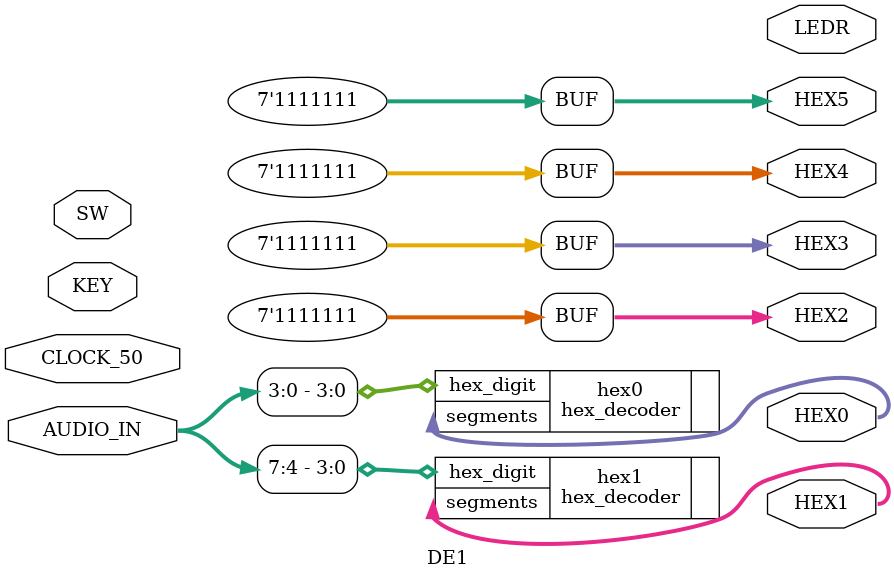
<source format=sv>
module DE1
(
	// These are the board inputs/outputs required for all the ECE342 labs.
	// Each lab can use the subset it needs -- unused pins will be ignored.
	
    // Clock pins
    input                     CLOCK_50,

    // Seven Segment Displays
    output      [6:0]         HEX0,
    output      [6:0]         HEX1,
    output      [6:0]         HEX2,
    output      [6:0]         HEX3,
    output      [6:0]         HEX4,
    output      [6:0]         HEX5,

    // Pushbuttons
    input       [3:0]         KEY,

    // LEDs
    output      [9:0]         LEDR,

    // Slider Switches
    input       [9:0]         SW,
	 
	 input       [7:0]         AUDIO_IN
);
	//Clock signal
	//wire clk = CLOCK_50;
//
	////KEYs are active low, invert them here
	//wire reset = ~KEY[0];
	//wire enter = ~KEY[1];
	//
	//// Number guess input
	//wire [7:0] guess = SW[7:0];
	//
	////The actual game module
	//wire under;
	//wire over;
	//wire equal;
	//wire update_leds;
	//game game_inst
	//(
	//	.clk(clk),
	//	.reset(reset),
	//	.i_guess(guess),
	//	.i_enter(enter),
	//	.o_under(under),
	//	.o_over(over),
	//	.o_equal(equal),
	//	.o_update_leds(update_leds)
	//);
	//
	////LED controllers
	//led_ctrl ledc_under(clk, reset, under, update_leds, LEDR[7]);
	//led_ctrl ledc_over(clk, reset, over, update_leds, LEDR[0]);
	//led_ctrl ledc_equal(clk, reset, equal, update_leds, LEDR[4]);
	
	// Hex Decoders
	hex_decoder hex0
	(
		.hex_digit(AUDIO_IN[3:0]),
		.segments(HEX0)
	);
	
	hex_decoder hex1
	(
		.hex_digit(AUDIO_IN[7:4]),
		.segments(HEX1)
	);
	
	// Turn off the other HEXes
	assign HEX2 = '1;
	assign HEX3 = '1;
	assign HEX4 = '1;
	assign HEX5 = '1;
	
endmodule
</source>
